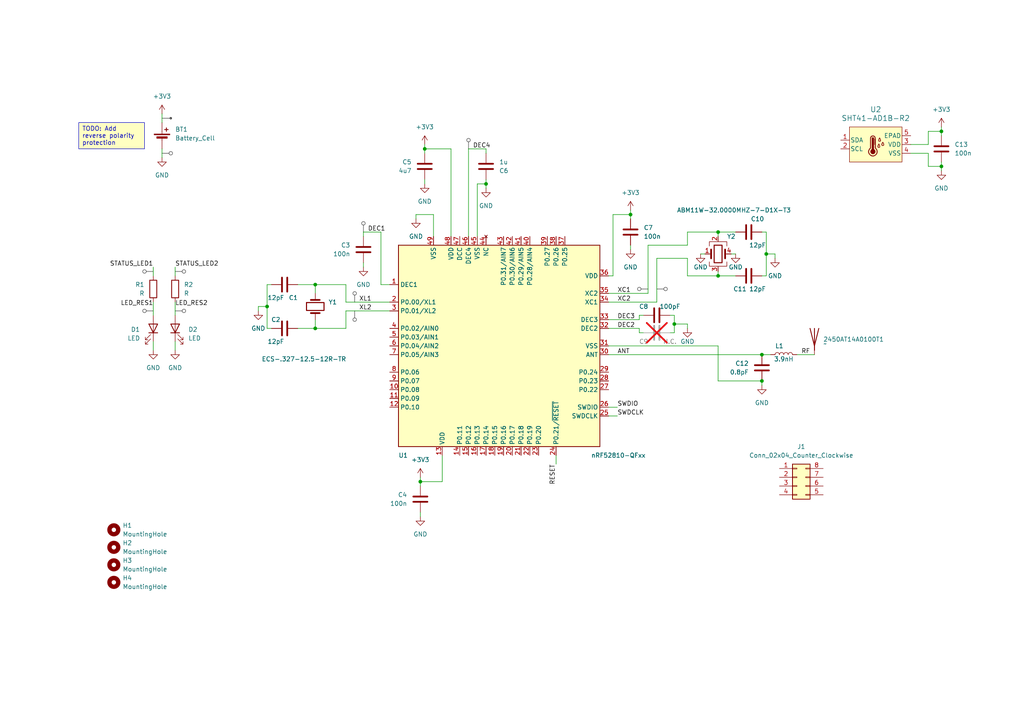
<source format=kicad_sch>
(kicad_sch (version 20230121) (generator eeschema)
  (paper "A4")
  (lib_symbols
    (symbol "Connector_Generic:Conn_02x04_Counter_Clockwise" (pin_names (offset 1.016) hide)
      (property "Reference" "J" (at 1.27 5.08 0))
      (property "Value" "Conn_02x04_Counter_Clockwise" (at 1.27 -7.62 0))
      (symbol "Conn_02x04_Counter_Clockwise_1_1"
        (rectangle (start -1.27 -4.953) (end 0 -5.207) (stroke (width 0.1524)))
        (rectangle (start -1.27 -2.413) (end 0 -2.667) (stroke (width 0.1524)))
        (rectangle (start -1.27 0.127) (end 0 -0.127) (stroke (width 0.1524)))
        (rectangle (start -1.27 2.667) (end 0 2.413) (stroke (width 0.1524)))
        (rectangle (start -1.27 3.81) (end 3.81 -6.35) (stroke (width 0.254)) (fill (type background)))
        (rectangle (start 3.81 -4.953) (end 2.54 -5.207) (stroke (width 0.1524)))
        (rectangle (start 3.81 -2.413) (end 2.54 -2.667) (stroke (width 0.1524)))
        (rectangle (start 3.81 0.127) (end 2.54 -0.127) (stroke (width 0.1524)))
        (rectangle (start 3.81 2.667) (end 2.54 2.413) (stroke (width 0.1524)))
        (pin passive line (at -5.08 2.54 0) (length 3.81) (name "Pin_1") (number "1"))
        (pin passive line (at -5.08 0 0) (length 3.81) (name "Pin_2") (number "2"))
        (pin passive line (at -5.08 -2.54 0) (length 3.81) (name "Pin_3") (number "3"))
        (pin passive line (at -5.08 -5.08 0) (length 3.81) (name "Pin_4") (number "4"))
        (pin passive line (at 7.62 -5.08 180) (length 3.81) (name "Pin_5") (number "5"))
        (pin passive line (at 7.62 -2.54 180) (length 3.81) (name "Pin_6") (number "6"))
        (pin passive line (at 7.62 0 180) (length 3.81) (name "Pin_7") (number "7"))
        (pin passive line (at 7.62 2.54 180) (length 3.81) (name "Pin_8") (number "8"))
      )
    )
    (symbol "Device:Antenna" (pin_numbers hide) (pin_names (offset 1.016) hide)
      (property "Reference" "AE" (at -1.905 1.905 0))
      (property "Value" "Antenna" (at -1.905 0 0))
      (symbol "Antenna_0_1"
        (polyline (pts (xy 0 2.54) (xy 0 -3.81)) (stroke (width 0.254)))
        (polyline (pts (xy 1.27 2.54) (xy 0 -2.54) (xy -1.27 2.54)) (stroke (width 0.254)))
      )
      (symbol "Antenna_1_1"
        (pin input line (at 0 -5.08 90) (length 2.54) (name "A") (number "1"))
      )
    )
    (symbol "Device:Battery_Cell" (pin_numbers hide) (pin_names (offset 0) hide)
      (property "Reference" "BT" (at 2.54 2.54 0))
      (property "Value" "Battery_Cell" (at 2.54 0 0))
      (symbol "Battery_Cell_0_1"
        (rectangle (start -2.286 1.778) (end 2.286 1.524) (fill (type outline)))
        (rectangle (start -1.524 1.016) (end 1.524 0.508) (fill (type outline)))
        (polyline (pts (xy 0 0.762) (xy 0 0)))
        (polyline (pts (xy 0 1.778) (xy 0 2.54)))
        (polyline (pts (xy 0.762 3.048) (xy 1.778 3.048)) (stroke (width 0.254)))
        (polyline (pts (xy 1.27 3.556) (xy 1.27 2.54)) (stroke (width 0.254)))
      )
      (symbol "Battery_Cell_1_1"
        (pin passive line (at 0 5.08 270) (length 2.54) (name "+") (number "1"))
        (pin passive line (at 0 -2.54 90) (length 2.54) (name "-") (number "2"))
      )
    )
    (symbol "Device:C" (pin_numbers hide) (pin_names (offset 0.254))
      (property "Reference" "C" (at 0.635 2.54 0))
      (property "Value" "C" (at 0.635 -2.54 0))
      (symbol "C_0_1"
        (polyline (pts (xy -2.032 -0.762) (xy 2.032 -0.762)) (stroke (width 0.508)))
        (polyline (pts (xy -2.032 0.762) (xy 2.032 0.762)) (stroke (width 0.508)))
      )
      (symbol "C_1_1"
        (pin passive line (at 0 3.81 270) (length 2.794) (name "~") (number "1"))
        (pin passive line (at 0 -3.81 90) (length 2.794) (name "~") (number "2"))
      )
    )
    (symbol "Device:Crystal" (pin_numbers hide) (pin_names (offset 1.016) hide)
      (property "Reference" "Y" (at 0 3.81 0))
      (property "Value" "Crystal" (at 0 -3.81 0))
      (symbol "Crystal_0_1"
        (rectangle (start -1.143 2.54) (end 1.143 -2.54) (stroke (width 0.3048)))
        (polyline (pts (xy -2.54 0) (xy -1.905 0)))
        (polyline (pts (xy -1.905 -1.27) (xy -1.905 1.27)) (stroke (width 0.508)))
        (polyline (pts (xy 1.905 -1.27) (xy 1.905 1.27)) (stroke (width 0.508)))
        (polyline (pts (xy 2.54 0) (xy 1.905 0)))
      )
      (symbol "Crystal_1_1"
        (pin passive line (at -3.81 0 0) (length 1.27) (name "1") (number "1"))
        (pin passive line (at 3.81 0 180) (length 1.27) (name "2") (number "2"))
      )
    )
    (symbol "Device:Crystal_GND23" (pin_names (offset 1.016) hide)
      (property "Reference" "Y" (at 3.175 5.08 0))
      (property "Value" "Crystal_GND23" (at 3.175 3.175 0))
      (symbol "Crystal_GND23_0_1"
        (rectangle (start -1.143 2.54) (end 1.143 -2.54) (stroke (width 0.3048)))
        (polyline (pts (xy -2.54 0) (xy -2.032 0)))
        (polyline (pts (xy -2.032 -1.27) (xy -2.032 1.27)) (stroke (width 0.508)))
        (polyline (pts (xy 0 -3.81) (xy 0 -3.556)))
        (polyline (pts (xy 0 3.556) (xy 0 3.81)))
        (polyline (pts (xy 2.032 -1.27) (xy 2.032 1.27)) (stroke (width 0.508)))
        (polyline (pts (xy 2.032 0) (xy 2.54 0)))
        (polyline (pts (xy -2.54 -2.286) (xy -2.54 -3.556) (xy 2.54 -3.556) (xy 2.54 -2.286)))
        (polyline (pts (xy -2.54 2.286) (xy -2.54 3.556) (xy 2.54 3.556) (xy 2.54 2.286)))
      )
      (symbol "Crystal_GND23_1_1"
        (pin passive line (at -3.81 0 0) (length 1.27) (name "1") (number "1"))
        (pin passive line (at 0 5.08 270) (length 1.27) (name "2") (number "2"))
        (pin passive line (at 0 -5.08 90) (length 1.27) (name "3") (number "3"))
        (pin passive line (at 3.81 0 180) (length 1.27) (name "4") (number "4"))
      )
    )
    (symbol "Device:L" (pin_numbers hide) (pin_names (offset 1.016) hide)
      (property "Reference" "L" (at -1.27 0 90))
      (property "Value" "L" (at 1.905 0 90))
      (symbol "L_0_1"
        (arc (start 0 -2.54) (mid 0.6323 -1.905) (end 0 -1.27))
        (arc (start 0 -1.27) (mid 0.6323 -0.635) (end 0 0))
        (arc (start 0 0) (mid 0.6323 0.635) (end 0 1.27))
        (arc (start 0 1.27) (mid 0.6323 1.905) (end 0 2.54))
      )
      (symbol "L_1_1"
        (pin passive line (at 0 3.81 270) (length 1.27) (name "1") (number "1"))
        (pin passive line (at 0 -3.81 90) (length 1.27) (name "2") (number "2"))
      )
    )
    (symbol "Device:LED" (pin_numbers hide) (pin_names (offset 1.016) hide)
      (property "Reference" "D" (at 0 2.54 0))
      (property "Value" "LED" (at 0 -2.54 0))
      (symbol "LED_0_1"
        (polyline (pts (xy -1.27 -1.27) (xy -1.27 1.27)) (stroke (width 0.254)))
        (polyline (pts (xy -1.27 0) (xy 1.27 0)))
        (polyline (pts (xy 1.27 -1.27) (xy 1.27 1.27) (xy -1.27 0) (xy 1.27 -1.27)) (stroke (width 0.254)))
        (polyline (pts (xy -3.048 -0.762) (xy -4.572 -2.286) (xy -3.81 -2.286) (xy -4.572 -2.286) (xy -4.572 -1.524)))
        (polyline (pts (xy -1.778 -0.762) (xy -3.302 -2.286) (xy -2.54 -2.286) (xy -3.302 -2.286) (xy -3.302 -1.524)))
      )
      (symbol "LED_1_1"
        (pin passive line (at -3.81 0 0) (length 2.54) (name "K") (number "1"))
        (pin passive line (at 3.81 0 180) (length 2.54) (name "A") (number "2"))
      )
    )
    (symbol "Device:R" (pin_numbers hide) (pin_names (offset 0))
      (property "Reference" "R" (at 2.032 0 90))
      (property "Value" "R" (at 0 0 90))
      (symbol "R_0_1"
        (rectangle (start -1.016 -2.54) (end 1.016 2.54) (stroke (width 0.254)))
      )
      (symbol "R_1_1"
        (pin passive line (at 0 3.81 270) (length 1.27) (name "~") (number "1"))
        (pin passive line (at 0 -3.81 90) (length 1.27) (name "~") (number "2"))
      )
    )
    (symbol "MCU_Nordic:nRF52810-QFxx"
      (property "Reference" "U3" (at -1.27 59.69 0))
      (property "Value" "nRF52810-QFxx" (at -7.62 57.15 0))
      (symbol "nRF52810-QFxx_0_1"
        (rectangle (start -29.21 29.21) (end 29.21 -29.21) (stroke (width 0.254)) (fill (type background)))
      )
      (symbol "nRF52810-QFxx_1_1"
        (pin passive line (at -31.75 17.78 0) (length 2.54) (name "DEC1") (number "1"))
        (pin bidirectional line (at -31.75 -12.7 0) (length 2.54) (name "P0.08") (number "10"))
        (pin bidirectional line (at -31.75 -15.24 0) (length 2.54) (name "P0.09") (number "11"))
        (pin bidirectional line (at -31.75 -17.78 0) (length 2.54) (name "P0.10") (number "12"))
        (pin power_in line (at -16.51 -31.75 90) (length 2.54) (name "VDD") (number "13"))
        (pin bidirectional line (at -11.43 -31.75 90) (length 2.54) (name "P0.11") (number "14"))
        (pin bidirectional line (at -8.89 -31.75 90) (length 2.54) (name "P0.12") (number "15"))
        (pin bidirectional line (at -6.35 -31.75 90) (length 2.54) (name "P0.13") (number "16"))
        (pin bidirectional line (at -3.81 -31.75 90) (length 2.54) (name "P0.14") (number "17"))
        (pin bidirectional line (at -1.27 -31.75 90) (length 2.54) (name "P0.15") (number "18"))
        (pin bidirectional line (at 1.27 -31.75 90) (length 2.54) (name "P0.16") (number "19"))
        (pin bidirectional line (at -31.75 12.7 0) (length 2.54) (name "P0.00/XL1") (number "2"))
        (pin bidirectional line (at 3.81 -31.75 90) (length 2.54) (name "P0.17") (number "20"))
        (pin bidirectional line (at 6.35 -31.75 90) (length 2.54) (name "P0.18") (number "21"))
        (pin bidirectional line (at 8.89 -31.75 90) (length 2.54) (name "P0.19") (number "22"))
        (pin bidirectional line (at 11.43 -31.75 90) (length 2.54) (name "P0.20") (number "23"))
        (pin bidirectional line (at 16.51 -31.75 90) (length 2.54) (name "P0.21/~{RESET}") (number "24"))
        (pin input line (at 31.75 -20.32 180) (length 2.54) (name "SWDCLK") (number "25"))
        (pin bidirectional line (at 31.75 -17.78 180) (length 2.54) (name "SWDIO") (number "26"))
        (pin bidirectional line (at 31.75 -12.7 180) (length 2.54) (name "P0.22") (number "27"))
        (pin bidirectional line (at 31.75 -10.16 180) (length 2.54) (name "P0.23") (number "28"))
        (pin bidirectional line (at 31.75 -7.62 180) (length 2.54) (name "P0.24") (number "29"))
        (pin bidirectional line (at -31.75 10.16 0) (length 2.54) (name "P0.01/XL2") (number "3"))
        (pin passive line (at 31.75 -2.54 180) (length 2.54) (name "ANT") (number "30"))
        (pin power_in line (at 31.75 0 180) (length 2.54) (name "VSS") (number "31"))
        (pin passive line (at 31.75 5.08 180) (length 2.54) (name "DEC2") (number "32"))
        (pin passive line (at 31.75 7.62 180) (length 2.54) (name "DEC3") (number "33"))
        (pin input line (at 31.75 12.7 180) (length 2.54) (name "XC1") (number "34"))
        (pin input line (at 31.75 15.24 180) (length 2.54) (name "XC2") (number "35"))
        (pin passive line (at 31.75 20.32 180) (length 2.54) (name "VDD") (number "36"))
        (pin bidirectional line (at 19.05 31.75 270) (length 2.54) (name "P0.25") (number "37"))
        (pin bidirectional line (at 16.51 31.75 270) (length 2.54) (name "P0.26") (number "38"))
        (pin bidirectional line (at 13.97 31.75 270) (length 2.54) (name "P0.27") (number "39"))
        (pin bidirectional line (at -31.75 5.08 0) (length 2.54) (name "P0.02/AIN0") (number "4"))
        (pin bidirectional line (at 8.89 31.75 270) (length 2.54) (name "P0.28/AIN4") (number "40"))
        (pin bidirectional line (at 6.35 31.75 270) (length 2.54) (name "P0.29/AIN5") (number "41"))
        (pin bidirectional line (at 3.81 31.75 270) (length 2.54) (name "P0.30/AIN6") (number "42"))
        (pin bidirectional line (at 1.27 31.75 270) (length 2.54) (name "P0.31/AIN7") (number "43"))
        (pin no_connect line (at -3.81 31.75 270) (length 2.54) (name "NC") (number "44"))
        (pin passive line (at -6.35 31.75 270) (length 2.54) (name "VSS") (number "45"))
        (pin passive line (at -8.89 31.75 270) (length 2.54) (name "DEC4") (number "46"))
        (pin power_out line (at -11.43 31.75 270) (length 2.54) (name "DCC") (number "47"))
        (pin passive line (at -13.97 31.75 270) (length 2.54) (name "VDD") (number "48"))
        (pin passive line (at -19.05 31.75 270) (length 2.54) (name "VSS") (number "49"))
        (pin bidirectional line (at -31.75 2.54 0) (length 2.54) (name "P0.03/AIN1") (number "5"))
        (pin bidirectional line (at -31.75 0 0) (length 2.54) (name "P0.04/AIN2") (number "6"))
        (pin bidirectional line (at -31.75 -2.54 0) (length 2.54) (name "P0.05/AIN3") (number "7"))
        (pin bidirectional line (at -31.75 -7.62 0) (length 2.54) (name "P0.06") (number "8"))
        (pin bidirectional line (at -31.75 -10.16 0) (length 2.54) (name "P0.07") (number "9"))
      )
    )
    (symbol "Mechanical:MountingHole" (pin_names (offset 1.016))
      (property "Reference" "H" (at 0 5.08 0))
      (property "Value" "MountingHole" (at 0 3.175 0))
      (symbol "MountingHole_0_1"
        (circle (center 0 0) (radius 1.27) (stroke (width 1.27)))
      )
    )
    (symbol "SHT41-AD1B-R2:SHT41-AD1B-R2" (pin_names (offset 0.254))
      (property "Reference" "U" (at -6.35 8.89 0))
      (property "Value" "SHT41-AD1B-R2" (at 2.54 6.35 0))
      (symbol "SHT41-AD1B-R2_0_0"
        (polyline (pts (xy -0.7782 -2.7679) (xy -0.7538 -2.7614) (xy -0.6273 -2.7452) (xy -0.5713 -2.733) (xy -0.4386 -2.65) (xy -0.3005 -2.5149) (xy -0.1862 -2.3589) (xy -0.1253 -2.2133) (xy -0.1122 -1.9777) (xy -0.1841 -1.7536) (xy -0.3553 -1.5359) (xy -0.5465 -1.3446) (xy -0.5465 0.2882) (xy -0.5465 1.9209) (xy -0.6855 2.012) (xy -0.7691 2.0613) (xy -0.8546 2.0708) (xy -0.9634 2.012) (xy -1.1023 1.9209) (xy -1.1023 0.2767) (xy -1.1023 -1.3675) (xy -1.2424 -1.4777) (xy -1.2888 -1.5171) (xy -1.4497 -1.7284) (xy -1.5229 -1.9679) (xy -1.5126 -2.2124) (xy -1.4228 -2.4384) (xy -1.2576 -2.6226) (xy -1.0211 -2.7416) (xy -0.8813 -2.7694) (xy -0.7782 -2.7679)) (stroke (width 0.01)) (fill (type outline)))
        (polyline (pts (xy 2.1727 -0.3391) (xy 2.3119 -0.2679) (xy 2.3683 -0.175) (xy 2.3992 -0.0278) (xy 2.3871 0.0546) (xy 2.337 0.2108) (xy 2.2619 0.3868) (xy 2.177 0.5511) (xy 2.0973 0.6727) (xy 2.0379 0.7202) (xy 1.9994 0.6955) (xy 1.9245 0.5928) (xy 1.8393 0.4391) (xy 1.7593 0.2658) (xy 1.6999 0.1045) (xy 1.6767 -0.0135) (xy 1.6805 -0.0349) (xy 1.7878 -0.0349) (xy 1.7977 0.0177) (xy 1.8421 0.1542) (xy 1.9103 0.3256) (xy 2.0328 0.6103) (xy 2.1597 0.3359) (xy 2.2226 0.1922) (xy 2.2764 0.0231) (xy 2.275 -0.0919) (xy 2.2213 -0.1774) (xy 2.1655 -0.214) (xy 2.0379 -0.2441) (xy 1.9584 -0.2324) (xy 1.8367 -0.1559) (xy 1.7878 -0.0349) (xy 1.6805 -0.0349) (xy 1.6952 -0.1171) (xy 1.7686 -0.2536) (xy 1.8305 -0.3015) (xy 1.9945 -0.3498) (xy 2.1727 -0.3391)) (stroke (width 0.01)) (fill (type outline)))
        (polyline (pts (xy 1.2779 0.8852) (xy 1.3876 0.9342) (xy 1.439 1.0346) (xy 1.4494 1.2197) (xy 1.4056 1.4476) (xy 1.3104 1.6903) (xy 1.2438 1.815) (xy 1.1682 1.9333) (xy 1.1209 1.9791) (xy 1.087 1.9506) (xy 1.016 1.8457) (xy 0.9313 1.6903) (xy 0.8493 1.4902) (xy 0.7962 1.2577) (xy 0.7964 1.2083) (xy 0.8985 1.2083) (xy 0.907 1.2863) (xy 0.947 1.4367) (xy 1.0063 1.5899) (xy 1.0699 1.7089) (xy 1.1227 1.7568) (xy 1.1687 1.7194) (xy 1.2295 1.6057) (xy 1.286 1.4514) (xy 1.3252 1.2933) (xy 1.3338 1.1679) (xy 1.3235 1.1054) (xy 1.2709 1.0212) (xy 1.1467 0.9899) (xy 1.1356 0.9889) (xy 0.987 0.994) (xy 0.9164 1.0597) (xy 0.8985 1.2083) (xy 0.7964 1.2083) (xy 0.7968 1.063) (xy 0.8541 0.9342) (xy 0.9555 0.8871) (xy 1.116 0.8695) (xy 1.2779 0.8852)) (stroke (width 0.01)) (fill (type outline)))
        (polyline (pts (xy 1.1245 -0.8535) (xy 1.1312 -0.8498) (xy 1.2085 -0.7577) (xy 1.2315 -0.5895) (xy 1.2238 -0.507) (xy 1.1823 -0.3342) (xy 1.116 -0.1464) (xy 1.038 0.0259) (xy 0.9612 0.1517) (xy 0.8985 0.2005) (xy 0.864 0.1827) (xy 0.7914 0.0847) (xy 0.7123 -0.0722) (xy 0.6397 -0.2572) (xy 0.5864 -0.4397) (xy 0.5682 -0.5702) (xy 0.6762 -0.5702) (xy 0.6847 -0.4923) (xy 0.7246 -0.3419) (xy 0.784 -0.1887) (xy 0.8476 -0.0697) (xy 0.9004 -0.0218) (xy 0.9464 -0.0591) (xy 1.0072 -0.1728) (xy 1.0637 -0.3271) (xy 1.1029 -0.4853) (xy 1.1115 -0.6106) (xy 1.1012 -0.6731) (xy 1.0485 -0.7574) (xy 0.9243 -0.7887) (xy 0.9133 -0.7897) (xy 0.7647 -0.7846) (xy 0.6941 -0.7188) (xy 0.6762 -0.5702) (xy 0.5682 -0.5702) (xy 0.5656 -0.5887) (xy 0.5845 -0.7427) (xy 0.6623 -0.851) (xy 0.7257 -0.88) (xy 0.9286 -0.906) (xy 1.1245 -0.8535)) (stroke (width 0.01)) (fill (type outline)))
        (polyline (pts (xy -0.5545 -3.3797) (xy -0.2175 -3.2426) (xy 0.0945 -2.9972) (xy 0.1243 -2.9669) (xy 0.3463 -2.6832) (xy 0.4707 -2.3844) (xy 0.5089 -2.044) (xy 0.476 -1.8294) (xy 0.3828 -1.5698) (xy 0.2505 -1.3237) (xy 0.1 -1.1376) (xy -0.0463 -1.0029) (xy -0.0464 0.4742) (xy -0.0467 0.7893) (xy -0.0488 1.1761) (xy -0.0534 1.4752) (xy -0.0614 1.7005) (xy -0.0736 1.8661) (xy -0.0909 1.986) (xy -0.1139 2.0742) (xy -0.1437 2.1447) (xy -0.2598 2.3183) (xy -0.4689 2.4887) (xy -0.7142 2.5745) (xy -0.9722 2.5687) (xy -1.2192 2.4643) (xy -1.2384 2.4513) (xy -1.3421 2.3751) (xy -1.424 2.294) (xy -1.4867 2.1948) (xy -1.5327 2.0641) (xy -1.5646 1.8887) (xy -1.585 1.6553) (xy -1.5964 1.3506) (xy -1.6014 0.9613) (xy -1.6025 0.4742) (xy -1.6026 -1.0029) (xy -1.7489 -1.1376) (xy -1.8907 -1.3105) (xy -2.0247 -1.5544) (xy -2.1208 -1.8145) (xy -2.1578 -2.044) (xy -2.1575 -2.0827) (xy -2.138 -2.2218) (xy -1.9808 -2.2218) (xy -1.9707 -1.897) (xy -1.8626 -1.5804) (xy -1.6554 -1.2905) (xy -1.4358 -1.0597) (xy -1.4358 0.4346) (xy -1.4358 0.4797) (xy -1.4346 0.9365) (xy -1.4309 1.2963) (xy -1.424 1.572) (xy -1.4133 1.7764) (xy -1.398 1.9226) (xy -1.3777 2.0235) (xy -1.3515 2.0921) (xy -1.3513 2.0925) (xy -1.216 2.2564) (xy -1.0244 2.3768) (xy -0.8244 2.4237) (xy -0.7891 2.4224) (xy -0.5709 2.3561) (xy -0.3871 2.2073) (xy -0.2603 2.0002) (xy -0.2131 1.7595) (xy -0.2144 1.7118) (xy -0.2434 1.6157) (xy -0.3242 1.59) (xy -0.389 1.5745) (xy -0.4354 1.5066) (xy -0.4147 1.458) (xy -0.3242 1.4233) (xy -0.2391 1.3933) (xy -0.2131 1.2843) (xy -0.237 1.1779) (xy -0.3242 1.1454) (xy -0.389 1.1299) (xy -0.4354 1.062) (xy -0.4147 1.0134) (xy -0.3242 0.9786) (xy -0.2391 0.9486) (xy -0.2131 0.8397) (xy -0.237 0.7333) (xy -0.3242 0.7007) (xy -0.389 0.6853) (xy -0.4354 0.6174) (xy -0.4147 0.5687) (xy -0.3242 0.534) (xy -0.2391 0.504) (xy -0.2131 0.395) (xy -0.237 0.2887) (xy -0.3242 0.2561) (xy -0.389 0.2406) (xy -0.4354 0.1727) (xy -0.4147 0.1241) (xy -0.3242 0.0894) (xy -0.3128 0.0892) (xy -0.2667 0.0778) (xy -0.2375 0.0345) (xy -0.2213 -0.0606) (xy -0.2145 -0.2272) (xy -0.2131 -0.4852) (xy -0.2131 -1.0597) (xy 0.0065 -1.2905) (xy 0.1132 -1.418) (xy 0.2758 -1.7239) (xy 0.3386 -2.0486) (xy 0.3025 -2.3736) (xy 0.168 -2.6806) (xy -0.0639 -2.9511) (xy -0.1168 -2.9941) (xy -0.3007 -3.1115) (xy -0.4755 -3.1865) (xy -0.586 -3.2131) (xy -0.9384 -3.2355) (xy -1.2628 -3.1514) (xy -1.568 -2.9592) (xy -1.7106 -2.8208) (xy -1.8938 -2.5359) (xy -1.9808 -2.2218) (xy -2.138 -2.2218) (xy -2.1106 -2.4174) (xy -1.9764 -2.7137) (xy -1.7434 -2.9978) (xy -1.5826 -3.142) (xy -1.4085 -3.2682) (xy -1.2691 -3.3395) (xy -0.9161 -3.4084) (xy -0.5545 -3.3797)) (stroke (width 0.01)) (fill (type outline)))
      )
      (symbol "SHT41-AD1B-R2_1_1"
        (rectangle (start -7.62 5.08) (end 7.62 -5.08) (fill (type background)))
        (pin bidirectional line (at -10.16 1.27 0) (length 2.54) (name "SDA") (number "1"))
        (pin input line (at -10.16 -1.27 0) (length 2.54) (name "SCL") (number "2"))
        (pin power_in line (at 10.16 0 180) (length 2.54) (name "VDD") (number "3"))
        (pin power_out line (at 10.16 -2.54 180) (length 2.54) (name "VSS") (number "4"))
        (pin unspecified line (at 10.16 2.54 180) (length 2.54) (name "EPAD") (number "5"))
      )
    )
    (symbol "power:+3V3" (power) (pin_names (offset 0))
      (property "Value" "+3V3" (at 0 3.556 0))
      (symbol "+3V3_0_1"
        (polyline (pts (xy -0.762 1.27) (xy 0 2.54)))
        (polyline (pts (xy 0 0) (xy 0 2.54)))
        (polyline (pts (xy 0 2.54) (xy 0.762 1.27)))
      )
      (symbol "+3V3_1_1"
        (pin power_in line (at 0 0 90) (length 0) hide (name "+3V3") (number "1"))
      )
    )
    (symbol "power:GND" (power) (pin_names (offset 0))
      (property "Value" "GND" (at 0 -3.81 0))
      (symbol "GND_0_1"
        (polyline (pts (xy 0 0) (xy 0 -1.27) (xy 1.27 -1.27) (xy 0 -2.54) (xy -1.27 -1.27) (xy 0 -1.27)))
      )
      (symbol "GND_1_1"
        (pin power_in line (at 0 0 270) (length 0) hide (name "GND") (number "1"))
      )
    )
  )
  (junction (at 208.28 67.31))
  (junction (at 220.98 110.49))
  (junction (at 140.97 53.34))
  (junction (at 220.98 102.87))
  (junction (at 91.44 95.25))
  (junction (at 273.05 48.26))
  (junction (at 121.92 139.7))
  (junction (at 182.88 62.23))
  (junction (at 208.28 80.01))
  (junction (at 77.47 88.9))
  (junction (at 195.58 93.98))
  (junction (at 91.44 82.55))
  (junction (at 273.05 38.1))
  (junction (at 222.25 73.66))
  (junction (at 123.19 43.18))
  (wire (pts (xy 105.41 76.2) (xy 105.41 77.47)))
  (wire (pts (xy 77.47 95.25) (xy 77.47 88.9)))
  (wire (pts (xy 140.97 52.07) (xy 140.97 53.34)))
  (wire (pts (xy 208.28 80.01) (xy 208.28 78.74)))
  (wire (pts (xy 177.8 80.01) (xy 176.53 80.01)))
  (wire (pts (xy 187.96 71.12) (xy 187.96 85.09)))
  (wire (pts (xy 123.19 52.07) (xy 123.19 53.34)))
  (wire (pts (xy 199.39 93.98) (xy 195.58 93.98)))
  (wire (pts (xy 190.5 74.93) (xy 199.39 74.93)))
  (wire (pts (xy 273.05 36.83) (xy 273.05 38.1)))
  (wire (pts (xy 91.44 82.55) (xy 91.44 85.09)))
  (wire (pts (xy 100.33 82.55) (xy 100.33 87.63)))
  (wire (pts (xy 231.14 102.87) (xy 236.22 102.87)))
  (wire (pts (xy 46.99 43.18) (xy 46.99 45.72)))
  (wire (pts (xy 269.24 38.1) (xy 273.05 38.1)))
  (wire (pts (xy 222.25 80.01) (xy 222.25 73.66)))
  (wire (pts (xy 100.33 90.17) (xy 113.03 90.17)))
  (wire (pts (xy 186.69 96.52) (xy 185.42 96.52)))
  (wire (pts (xy 44.45 77.47) (xy 44.45 80.01)))
  (wire (pts (xy 78.74 95.25) (xy 77.47 95.25)))
  (wire (pts (xy 121.92 148.59) (xy 121.92 149.86)))
  (wire (pts (xy 105.41 68.58) (xy 105.41 67.31)))
  (wire (pts (xy 46.99 33.02) (xy 46.99 35.56)))
  (wire (pts (xy 128.27 139.7) (xy 121.92 139.7)))
  (wire (pts (xy 110.49 82.55) (xy 110.49 67.31)))
  (wire (pts (xy 110.49 67.31) (xy 105.41 67.31)))
  (wire (pts (xy 199.39 95.25) (xy 199.39 93.98)))
  (wire (pts (xy 220.98 102.87) (xy 223.52 102.87)))
  (wire (pts (xy 195.58 93.98) (xy 195.58 96.52)))
  (wire (pts (xy 269.24 41.91) (xy 269.24 38.1)))
  (wire (pts (xy 182.88 60.96) (xy 182.88 62.23)))
  (wire (pts (xy 273.05 38.1) (xy 273.05 39.37)))
  (wire (pts (xy 208.28 67.31) (xy 199.39 67.31)))
  (wire (pts (xy 204.47 73.66) (xy 203.2 73.66)))
  (wire (pts (xy 135.89 43.18) (xy 135.89 68.58)))
  (wire (pts (xy 186.69 91.44) (xy 185.42 91.44)))
  (wire (pts (xy 121.92 139.7) (xy 121.92 140.97)))
  (wire (pts (xy 130.81 43.18) (xy 123.19 43.18)))
  (wire (pts (xy 194.31 91.44) (xy 195.58 91.44)))
  (wire (pts (xy 121.92 138.43) (xy 121.92 139.7)))
  (wire (pts (xy 176.53 100.33) (xy 208.28 100.33)))
  (wire (pts (xy 74.93 90.17) (xy 74.93 88.9)))
  (wire (pts (xy 176.53 102.87) (xy 220.98 102.87)))
  (wire (pts (xy 86.36 82.55) (xy 91.44 82.55)))
  (wire (pts (xy 123.19 41.91) (xy 123.19 43.18)))
  (wire (pts (xy 130.81 68.58) (xy 130.81 43.18)))
  (wire (pts (xy 190.5 74.93) (xy 190.5 87.63)))
  (wire (pts (xy 208.28 67.31) (xy 208.28 68.58)))
  (wire (pts (xy 222.25 67.31) (xy 220.98 67.31)))
  (wire (pts (xy 199.39 80.01) (xy 208.28 80.01)))
  (wire (pts (xy 50.8 99.06) (xy 50.8 101.6)))
  (wire (pts (xy 161.29 132.08) (xy 161.29 134.62)))
  (wire (pts (xy 208.28 100.33) (xy 208.28 110.49)))
  (wire (pts (xy 213.36 73.66) (xy 212.09 73.66)))
  (wire (pts (xy 182.88 62.23) (xy 182.88 63.5)))
  (wire (pts (xy 208.28 110.49) (xy 220.98 110.49)))
  (wire (pts (xy 91.44 95.25) (xy 100.33 95.25)))
  (wire (pts (xy 176.53 95.25) (xy 185.42 95.25)))
  (wire (pts (xy 182.88 71.12) (xy 182.88 72.39)))
  (wire (pts (xy 273.05 48.26) (xy 273.05 49.53)))
  (wire (pts (xy 123.19 43.18) (xy 123.19 44.45)))
  (wire (pts (xy 224.79 74.93) (xy 224.79 73.66)))
  (wire (pts (xy 44.45 99.06) (xy 44.45 101.6)))
  (wire (pts (xy 125.73 62.23) (xy 120.65 62.23)))
  (wire (pts (xy 44.45 87.63) (xy 44.45 91.44)))
  (wire (pts (xy 91.44 82.55) (xy 100.33 82.55)))
  (wire (pts (xy 176.53 92.71) (xy 185.42 92.71)))
  (wire (pts (xy 177.8 62.23) (xy 182.88 62.23)))
  (wire (pts (xy 140.97 43.18) (xy 140.97 44.45)))
  (wire (pts (xy 194.31 96.52) (xy 195.58 96.52)))
  (wire (pts (xy 220.98 80.01) (xy 222.25 80.01)))
  (wire (pts (xy 100.33 95.25) (xy 100.33 90.17)))
  (wire (pts (xy 140.97 53.34) (xy 140.97 54.61)))
  (wire (pts (xy 176.53 120.65) (xy 179.07 120.65)))
  (wire (pts (xy 77.47 88.9) (xy 77.47 82.55)))
  (wire (pts (xy 135.89 43.18) (xy 140.97 43.18)))
  (wire (pts (xy 50.8 87.63) (xy 50.8 91.44)))
  (wire (pts (xy 273.05 46.99) (xy 273.05 48.26)))
  (wire (pts (xy 190.5 87.63) (xy 176.53 87.63)))
  (wire (pts (xy 185.42 95.25) (xy 185.42 96.52)))
  (wire (pts (xy 199.39 67.31) (xy 199.39 71.12)))
  (wire (pts (xy 220.98 110.49) (xy 220.98 111.76)))
  (wire (pts (xy 264.16 41.91) (xy 269.24 41.91)))
  (wire (pts (xy 222.25 73.66) (xy 222.25 67.31)))
  (wire (pts (xy 138.43 53.34) (xy 140.97 53.34)))
  (wire (pts (xy 224.79 73.66) (xy 222.25 73.66)))
  (wire (pts (xy 269.24 44.45) (xy 269.24 48.26)))
  (wire (pts (xy 120.65 62.23) (xy 120.65 63.5)))
  (wire (pts (xy 125.73 68.58) (xy 125.73 62.23)))
  (wire (pts (xy 113.03 82.55) (xy 110.49 82.55)))
  (wire (pts (xy 50.8 77.47) (xy 50.8 80.01)))
  (wire (pts (xy 199.39 80.01) (xy 199.39 74.93)))
  (wire (pts (xy 213.36 67.31) (xy 208.28 67.31)))
  (wire (pts (xy 264.16 44.45) (xy 269.24 44.45)))
  (wire (pts (xy 195.58 91.44) (xy 195.58 93.98)))
  (wire (pts (xy 91.44 92.71) (xy 91.44 95.25)))
  (wire (pts (xy 86.36 95.25) (xy 91.44 95.25)))
  (wire (pts (xy 269.24 48.26) (xy 273.05 48.26)))
  (wire (pts (xy 128.27 132.08) (xy 128.27 139.7)))
  (wire (pts (xy 177.8 62.23) (xy 177.8 80.01)))
  (wire (pts (xy 138.43 53.34) (xy 138.43 68.58)))
  (wire (pts (xy 176.53 118.11) (xy 179.07 118.11)))
  (wire (pts (xy 100.33 87.63) (xy 113.03 87.63)))
  (wire (pts (xy 187.96 71.12) (xy 199.39 71.12)))
  (wire (pts (xy 74.93 88.9) (xy 77.47 88.9)))
  (wire (pts (xy 213.36 80.01) (xy 208.28 80.01)))
  (wire (pts (xy 176.53 85.09) (xy 187.96 85.09)))
  (wire (pts (xy 77.47 82.55) (xy 78.74 82.55)))
  (wire (pts (xy 185.42 91.44) (xy 185.42 92.71)))
  (text_box "TODO: Add reverse polarity protection" (at 22.86 35.56 0) (size 19.05 7.62) (fill (type color) (color 255 255 194 1)) (effects (font (size 1.27 1.27)) (justify left top)))
  (label "ANT" (at 179.07 102.87 0))
  (label "SWDIO" (at 179.07 118.11 0))
  (label "XC1" (at 179.07 85.09 0))
  (label "STATUS_LED1" (at 44.45 77.47 180))
  (label "DEC3" (at 179.07 92.71 0))
  (label "RF" (at 232.41 102.87 0))
  (label "XL2" (at 104.14 90.17 0))
  (label "DEC2" (at 179.07 95.25 0))
  (label "LED_RES1" (at 44.45 88.9 180))
  (label "DEC1" (at 106.68 67.31 0))
  (label "STATUS_LED2" (at 50.8 77.47 0))
  (label "SWDCLK" (at 179.07 120.65 0))
  (label "DEC4" (at 137.16 43.18 0))
  (label "XL1" (at 104.14 87.63 0))
  (label "XC2" (at 179.07 87.63 0))
  (label "LED_RES2" (at 50.8 88.9 0))
  (label "RESET" (at 161.29 134.62 270))
  (netclass_flag "" (length 2.54) (shape round) (at 105.41 67.31 0) (property "Netclass" "Signal" (effects hide)))
  (netclass_flag "" (length 2.54) (shape round) (at 44.45 78.74 90) (property "Netclass" "Signal" (effects hide)))
  (netclass_flag "" (length 2.54) (shape round) (at 190.5 83.82 270) (property "Netclass" "Signal" (effects hide)))
  (netclass_flag "" (length 2.54) (shape round) (at 102.87 90.17 180) (property "Netclass" "Signal" (effects hide)))
  (netclass_flag "" (length 2.54) (shape round) (at 50.8 78.74 270) (property "Netclass" "Signal" (effects hide)))
  (netclass_flag "" (length 2.54) (shape round) (at 102.87 87.63 0) (property "Netclass" "Signal" (effects hide)))
  (netclass_flag "" (length 2.54) (shape dot) (at 46.99 34.29 270) (property "Netclass" "Power" (effects hide)))
  (netclass_flag "" (length 2.54) (shape round) (at 135.89 43.18 0) (property "Netclass" "Signal" (effects hide)))
  (netclass_flag "" (length 2.54) (shape round) (at 46.99 44.45 270) (property "Netclass" "Signal" (effects hide)))
  (netclass_flag "" (length 2.54) (shape round) (at 44.45 90.17 90) (property "Netclass" "Signal" (effects hide)))
  (netclass_flag "" (length 2.54) (shape round) (at 50.8 90.17 270) (property "Netclass" "Signal" (effects hide)))
  (netclass_flag "" (length 2.54) (shape round) (at 187.96 83.82 90) (property "Netclass" "Signal" (effects hide)))
  (symbol (lib_id "power:GND") (at 203.2 73.66 0) (mirror y) (unit 1)
    (property "Reference" "#PWR016" (effects hide))
    (property "Value" "GND" (at 203.2 77.47 0))
  )
  (symbol (lib_id "Device:LED") (at 44.45 95.25 270) (mirror x) (unit 1)
    (property "Reference" "D1" (at 40.64 95.5675 90) (effects (justify right)))
    (property "Value" "LED" (at 40.64 98.1075 90) (effects (justify right)))
    (property "Footprint" "Resistor_SMD:R_0603_1608Metric" (effects hide))
  )
  (symbol (lib_id "power:+3V3") (at 273.05 36.83 0) (unit 1)
    (property "Reference" "#PWR020" (effects hide))
    (property "Value" "+3V3" (at 273.05 31.75 0))
  )
  (symbol (lib_id "Device:C") (at 82.55 95.25 270) (unit 1)
    (property "Reference" "C2" (at 80.01 92.71 90))
    (property "Value" "12pF" (at 80.01 99.06 90))
    (property "Footprint" "Capacitor_SMD:C_0603_1608Metric" (effects hide))
  )
  (symbol (lib_id "power:GND") (at 213.36 73.66 0) (mirror y) (unit 1)
    (property "Reference" "#PWR017" (effects hide))
    (property "Value" "GND" (at 213.36 77.47 0))
  )
  (symbol (lib_id "Device:C") (at 182.88 67.31 180) (unit 1)
    (property "Reference" "C7" (at 186.69 66.04 0) (effects (justify right)))
    (property "Value" "100n" (at 186.69 68.58 0) (effects (justify right)))
    (property "Footprint" "Capacitor_SMD:C_0603_1608Metric" (effects hide))
  )
  (symbol (lib_id "power:+3V3") (at 121.92 138.43 0) (unit 1)
    (property "Reference" "#PWR08" (effects hide))
    (property "Value" "+3V3" (at 121.92 133.35 0))
  )
  (symbol (lib_id "Device:C") (at 190.5 91.44 90) (unit 1)
    (property "Reference" "C8" (at 186.69 88.9 90))
    (property "Value" "100pF" (at 194.31 88.9 90))
    (property "Footprint" "Capacitor_SMD:C_0603_1608Metric" (effects hide))
  )
  (symbol (lib_id "power:GND") (at 220.98 111.76 0) (mirror y) (unit 1)
    (property "Reference" "#PWR018" (effects hide))
    (property "Value" "GND" (at 220.98 116.84 0))
  )
  (symbol (lib_id "power:GND") (at 50.8 101.6 0) (unit 1)
    (property "Reference" "#PWR04" (effects hide))
    (property "Value" "GND" (at 50.8 106.68 0))
  )
  (symbol (lib_id "power:GND") (at 273.05 49.53 0) (unit 1)
    (property "Reference" "#PWR021" (effects hide))
    (property "Value" "GND" (at 273.05 54.61 0))
  )
  (symbol (lib_id "power:GND") (at 105.41 77.47 0) (unit 1)
    (property "Reference" "#PWR06" (effects hide))
    (property "Value" "GND" (at 105.41 82.55 0))
  )
  (symbol (lib_id "SHT41-AD1B-R2:SHT41-AD1B-R2") (at 254 41.91 0) (unit 1)
    (property "Reference" "U2" (at 254 31.75 0) (effects (font (size 1.524 1.524))))
    (property "Value" "SHT41-AD1B-R2" (at 254 34.29 0) (effects (font (size 1.524 1.524))))
    (property "Footprint" "SHT42-AD1B-R2:DFN4_SHT41_SEN" (effects hide))
    (property "Datasheet" "SHT41-AD1B-R2" (effects hide))
  )
  (symbol (lib_id "Mechanical:MountingHole") (at 33.02 168.91 0) (unit 1)
    (property "Reference" "H4" (at 35.56 167.64 0) (effects (justify left)))
    (property "Value" "MountingHole" (at 35.56 170.18 0) (effects (justify left)))
    (property "Footprint" "MountingHole:MountingHole_2.2mm_M2" (effects hide))
  )
  (symbol (lib_id "power:GND") (at 123.19 53.34 0) (unit 1)
    (property "Reference" "#PWR011" (effects hide))
    (property "Value" "GND" (at 123.19 58.42 0))
  )
  (symbol (lib_id "MCU_Nordic:nRF52810-QFxx") (at 144.78 100.33 0) (unit 1)
    (property "Reference" "U1" (at 115.57 132.08 0) (effects (justify left)))
    (property "Value" "nRF52810-QFxx" (at 171.45 132.08 0) (effects (justify left)))
    (property "Footprint" "Package_DFN_QFN:QFN-48-1EP_6x6mm_P0.4mm_EP4.6x4.6mm" (effects hide))
    (property "Datasheet" "http://infocenter.nordicsemi.com/pdf/nRF52810_PS_v1.1.pdf" (effects hide))
  )
  (symbol (lib_id "power:+3V3") (at 182.88 60.96 0) (mirror y) (unit 1)
    (property "Reference" "#PWR013" (effects hide))
    (property "Value" "+3V3" (at 182.88 55.88 0))
  )
  (symbol (lib_id "Device:Crystal") (at 91.44 88.9 90) (unit 1)
    (property "Reference" "Y1" (at 95.25 87.63 90) (effects (justify right)))
    (property "Value" " ECS-.327-12.5-12R-TR " (at 74.93 104.14 90) (effects (justify right)))
    (property "Footprint" "SHT42-AD1B-R2:ECS-.327-12.5-12R-TR" (effects hide))
  )
  (symbol (lib_id "power:GND") (at 46.99 45.72 0) (unit 1)
    (property "Reference" "#PWR03" (effects hide))
    (property "Value" "GND" (at 46.99 50.8 0))
  )
  (symbol (lib_id "Device:C") (at 123.19 48.26 0) (mirror x) (unit 1)
    (property "Reference" "C5" (at 119.38 46.99 0) (effects (justify right)))
    (property "Value" "4u7" (at 119.38 49.53 0) (effects (justify right)))
    (property "Footprint" "Capacitor_SMD:C_0603_1608Metric" (effects hide))
  )
  (symbol (lib_id "Device:C") (at 82.55 82.55 270) (mirror x) (unit 1)
    (property "Reference" "C1" (at 85.09 86.36 90))
    (property "Value" "12pF" (at 80.01 86.36 90))
    (property "Footprint" "Capacitor_SMD:C_0603_1608Metric" (effects hide))
  )
  (symbol (lib_id "Device:C") (at 217.17 67.31 90) (unit 1)
    (property "Reference" "C10" (at 219.71 63.5 90))
    (property "Value" "12pF" (at 219.71 71.12 90))
    (property "Footprint" "Capacitor_SMD:C_0603_1608Metric" (effects hide))
  )
  (symbol (lib_id "power:GND") (at 121.92 149.86 0) (unit 1)
    (property "Reference" "#PWR09" (effects hide))
    (property "Value" "GND" (at 121.92 154.94 0))
  )
  (symbol (lib_id "power:GND") (at 140.97 54.61 0) (unit 1)
    (property "Reference" "#PWR012" (effects hide))
    (property "Value" "GND" (at 140.97 59.69 0))
  )
  (symbol (lib_id "power:+3V3") (at 46.99 33.02 0) (unit 1)
    (property "Reference" "#PWR02" (effects hide))
    (property "Value" "+3V3" (at 46.99 27.94 0))
  )
  (symbol (lib_id "Device:C") (at 273.05 43.18 0) (unit 1)
    (property "Reference" "C13" (at 276.86 41.91 0) (effects (justify left)))
    (property "Value" "100n" (at 276.86 44.45 0) (effects (justify left)))
    (property "Footprint" "Capacitor_SMD:C_0603_1608Metric" (effects hide))
  )
  (symbol (lib_id "Mechanical:MountingHole") (at 33.02 163.83 0) (unit 1)
    (property "Reference" "H3" (at 35.56 162.56 0) (effects (justify left)))
    (property "Value" "MountingHole" (at 35.56 165.1 0) (effects (justify left)))
    (property "Footprint" "MountingHole:MountingHole_2.2mm_M2" (effects hide))
  )
  (symbol (lib_id "Device:C") (at 105.41 72.39 0) (mirror x) (unit 1)
    (property "Reference" "C3" (at 101.6 71.12 0) (effects (justify right)))
    (property "Value" "100n" (at 101.6 73.66 0) (effects (justify right)))
    (property "Footprint" "Capacitor_SMD:C_0603_1608Metric" (effects hide))
  )
  (symbol (lib_id "Mechanical:MountingHole") (at 33.02 153.67 0) (unit 1)
    (property "Reference" "H1" (at 35.56 152.4 0) (effects (justify left)))
    (property "Value" "MountingHole" (at 35.56 154.94 0) (effects (justify left)))
    (property "Footprint" "MountingHole:MountingHole_2.2mm_M2" (effects hide))
  )
  (symbol (lib_id "power:+3V3") (at 123.19 41.91 0) (unit 1)
    (property "Reference" "#PWR010" (effects hide))
    (property "Value" "+3V3" (at 123.19 36.83 0))
  )
  (symbol (lib_id "Device:C") (at 220.98 106.68 0) (mirror x) (unit 1)
    (property "Reference" "C12" (at 217.17 105.41 0) (effects (justify right)))
    (property "Value" "0.8pF" (at 217.17 107.95 0) (effects (justify right)))
    (property "Footprint" "Capacitor_SMD:C_0603_1608Metric" (effects hide))
  )
  (symbol (lib_id "Device:R") (at 44.45 83.82 0) (mirror y) (unit 1)
    (property "Reference" "R1" (at 41.91 82.55 0) (effects (justify left)))
    (property "Value" "R" (at 41.91 85.09 0) (effects (justify left)))
    (property "Footprint" "Resistor_SMD:R_0603_1608Metric" (effects hide))
  )
  (symbol (lib_id "Mechanical:MountingHole") (at 33.02 158.75 0) (unit 1)
    (property "Reference" "H2" (at 35.56 157.48 0) (effects (justify left)))
    (property "Value" "MountingHole" (at 35.56 160.02 0) (effects (justify left)))
    (property "Footprint" "MountingHole:MountingHole_2.2mm_M2" (effects hide))
  )
  (symbol (lib_id "power:GND") (at 182.88 72.39 0) (mirror y) (unit 1)
    (property "Reference" "#PWR014" (effects hide))
    (property "Value" "GND" (at 182.88 77.47 0))
  )
  (symbol (lib_id "power:GND") (at 224.79 74.93 0) (mirror y) (unit 1)
    (property "Reference" "#PWR019" (effects hide))
    (property "Value" "GND" (at 224.79 80.01 0))
  )
  (symbol (lib_id "power:GND") (at 44.45 101.6 0) (unit 1)
    (property "Reference" "#PWR01" (effects hide))
    (property "Value" "GND" (at 44.45 106.68 0))
  )
  (symbol (lib_id "Device:C") (at 140.97 48.26 0) (mirror y) (unit 1)
    (property "Reference" "C6" (at 144.78 49.53 0) (effects (justify right)))
    (property "Value" "1u" (at 144.78 46.99 0) (effects (justify right)))
    (property "Footprint" "Capacitor_SMD:C_0603_1608Metric" (effects hide))
  )
  (symbol (lib_id "Device:Crystal_GND23") (at 208.28 73.66 0) (unit 1)
    (property "Reference" "Y2" (at 212.09 68.58 0))
    (property "Value" "ABM11W-32.0000MHZ-7-D1X-T3 " (at 213.36 60.96 0))
    (property "Footprint" "SHT42-AD1B-R2:ABM11W-30.0000MHZ-7-D1X-T3" (effects hide))
  )
  (symbol (lib_id "power:GND") (at 199.39 95.25 0) (mirror y) (unit 1)
    (property "Reference" "#PWR015" (effects hide))
    (property "Value" "GND" (at 199.39 99.06 0))
  )
  (symbol (lib_id "Device:LED") (at 50.8 95.25 90) (unit 1)
    (property "Reference" "D2" (at 54.61 95.5675 90) (effects (justify right)))
    (property "Value" "LED" (at 54.61 98.1075 90) (effects (justify right)))
    (property "Footprint" "Resistor_SMD:R_0603_1608Metric" (effects hide))
  )
  (symbol (lib_id "Connector_Generic:Conn_02x04_Counter_Clockwise") (at 231.14 138.43 0) (unit 1)
    (property "Reference" "J1" (at 232.41 129.54 0))
    (property "Value" "Conn_02x04_Counter_Clockwise" (at 232.41 132.08 0))
    (property "Footprint" "Connector_PinHeader_2.54mm:PinHeader_2x04_P2.54mm_Vertical" (effects hide))
  )
  (symbol (lib_id "power:GND") (at 120.65 63.5 0) (unit 1)
    (property "Reference" "#PWR07" (effects hide))
    (property "Value" "GND" (at 120.65 68.58 0))
  )
  (symbol (lib_id "Device:R") (at 50.8 83.82 0) (unit 1)
    (property "Reference" "R2" (at 53.34 82.55 0) (effects (justify left)))
    (property "Value" "R" (at 53.34 85.09 0) (effects (justify left)))
    (property "Footprint" "Resistor_SMD:R_0603_1608Metric" (effects hide))
  )
  (symbol (lib_id "Device:C") (at 217.17 80.01 90) (mirror x) (unit 1)
    (property "Reference" "C11" (at 214.63 83.82 90))
    (property "Value" "12pF" (at 219.71 83.82 90))
    (property "Footprint" "Capacitor_SMD:C_0603_1608Metric" (effects hide))
  )
  (symbol (lib_id "Device:C") (at 190.5 96.52 90) (mirror x) (unit 1) (dnp yes)
    (property "Reference" "C9" (at 186.69 99.06 90))
    (property "Value" "N.C." (at 194.31 99.06 90))
    (property "Footprint" "Capacitor_SMD:C_0603_1608Metric" (effects hide))
  )
  (symbol (lib_id "Device:L") (at 227.33 102.87 90) (unit 1)
    (property "Reference" "L1" (at 226.06 100.33 90))
    (property "Value" "3.9nH" (at 227.33 104.14 90))
    (property "Footprint" "Resistor_SMD:R_0603_1608Metric" (effects hide))
  )
  (symbol (lib_id "Device:Antenna") (at 236.22 97.79 0) (unit 1)
    (property "Reference" "2450AT14A0100T1" (at 238.76 98.425 0) (effects (justify left)))
    (property "Value" "~" (at 238.76 99.695 0) (effects (justify left)))
    (property "Footprint" "SHT42-AD1B-R2:2108838-1" (effects hide))
    (property "Datasheet" "  (at 0 0)" (effects hide))
  )
  (symbol (lib_id "Device:C") (at 121.92 144.78 0) (mirror x) (unit 1)
    (property "Reference" "C4" (at 118.11 143.51 0) (effects (justify right)))
    (property "Value" "100n" (at 118.11 146.05 0) (effects (justify right)))
    (property "Footprint" "Capacitor_SMD:C_0603_1608Metric" (effects hide))
  )
  (symbol (lib_id "Device:Battery_Cell") (at 46.99 40.64 0) (unit 1)
    (property "Reference" "BT1" (at 50.8 37.5285 0) (effects (justify left)))
    (property "Value" "Battery_Cell" (at 50.8 40.0685 0) (effects (justify left)))
    (property "Footprint" "Battery:BatteryHolder_Keystone_3034_1x20mm" (effects hide))
  )
  (symbol (lib_id "power:GND") (at 74.93 90.17 0) (unit 1)
    (property "Reference" "#PWR05" (effects hide))
    (property "Value" "GND" (at 74.93 95.25 0))
  )
)
</source>
